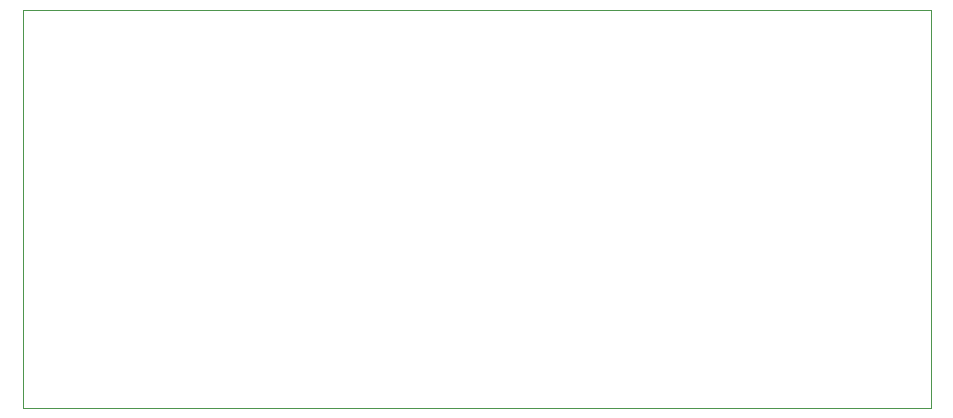
<source format=gm1>
G04 #@! TF.GenerationSoftware,KiCad,Pcbnew,(5.1.9)-1*
G04 #@! TF.CreationDate,2021-04-11T12:01:03+02:00*
G04 #@! TF.ProjectId,mainboard,6d61696e-626f-4617-9264-2e6b69636164,rev?*
G04 #@! TF.SameCoordinates,Original*
G04 #@! TF.FileFunction,Profile,NP*
%FSLAX46Y46*%
G04 Gerber Fmt 4.6, Leading zero omitted, Abs format (unit mm)*
G04 Created by KiCad (PCBNEW (5.1.9)-1) date 2021-04-11 12:01:03*
%MOMM*%
%LPD*%
G01*
G04 APERTURE LIST*
G04 #@! TA.AperFunction,Profile*
%ADD10C,0.050000*%
G04 #@! TD*
G04 APERTURE END LIST*
D10*
X139065000Y-82550000D02*
X143510000Y-82550000D01*
X143510000Y-116205000D02*
X147955000Y-116205000D01*
X143510000Y-82550000D02*
X147955000Y-82550000D01*
X147955000Y-82550000D02*
X147955000Y-116205000D01*
X71120000Y-82550000D02*
X139065000Y-82550000D01*
X71120000Y-116205000D02*
X71120000Y-82550000D01*
X143510000Y-116205000D02*
X71120000Y-116205000D01*
M02*

</source>
